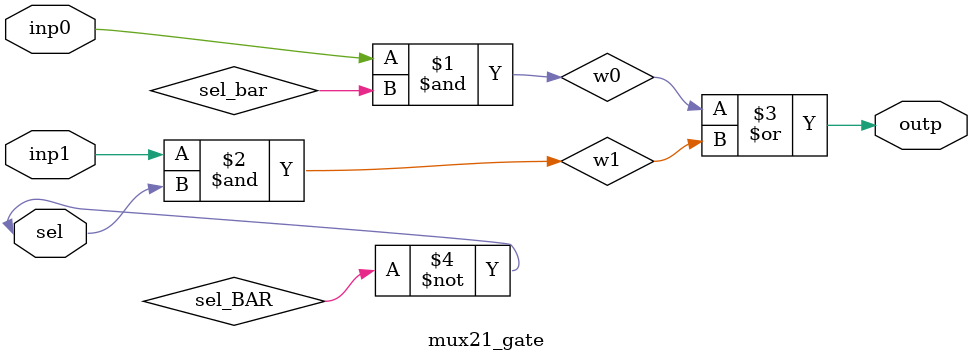
<source format=v>
/*
    model the 2:1 MUX with gates
*/

module mux21_gate (outp, inp0, inp1, sel);

    output outp;
    input inp0;
    input inp1;
    input sel;
    wire w0;
    wire w1;
    wire sel_BAR;

    and (w0, inp0, sel_bar);
    and (w1, inp1, sel);
    not (sel, sel_BAR);
    or (outp, w0, w1);

endmodule

////////~~~~~~~~END>  mux21_gate.v


</source>
